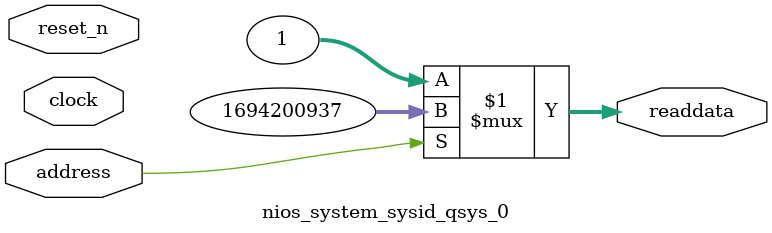
<source format=v>



// synthesis translate_off
`timescale 1ns / 1ps
// synthesis translate_on

// turn off superfluous verilog processor warnings 
// altera message_level Level1 
// altera message_off 10034 10035 10036 10037 10230 10240 10030 

module nios_system_sysid_qsys_0 (
               // inputs:
                address,
                clock,
                reset_n,

               // outputs:
                readdata
             )
;

  output  [ 31: 0] readdata;
  input            address;
  input            clock;
  input            reset_n;

  wire    [ 31: 0] readdata;
  //control_slave, which is an e_avalon_slave
  assign readdata = address ? 1694200937 : 1;

endmodule



</source>
